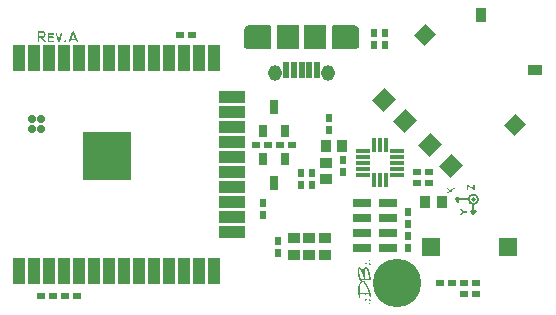
<source format=gts>
G04 Layer_Color=8388736*
%FSLAX44Y44*%
%MOMM*%
G71*
G01*
G75*
G04:AMPARAMS|DCode=23|XSize=1.3mm|YSize=1.4mm|CornerRadius=0mm|HoleSize=0mm|Usage=FLASHONLY|Rotation=315.000|XOffset=0mm|YOffset=0mm|HoleType=Round|Shape=Rectangle|*
%AMROTATEDRECTD23*
4,1,4,-0.9546,-0.0354,0.0354,0.9546,0.9546,0.0354,-0.0354,-0.9546,-0.9546,-0.0354,0.0*
%
%ADD23ROTATEDRECTD23*%

%ADD57C,0.1500*%
%ADD62R,1.0000X2.2000*%
%ADD63R,2.2000X1.0000*%
%ADD64R,4.1000X4.1000*%
%ADD65R,1.6000X0.6500*%
%ADD66R,1.3000X0.4000*%
%ADD67R,0.4000X1.3000*%
%ADD68R,1.2000X0.4000*%
%ADD69R,0.7000X0.6000*%
%ADD70R,0.6000X0.7000*%
%ADD71R,0.9000X1.0000*%
%ADD72R,1.6000X1.5000*%
%ADD73R,1.3000X0.9500*%
%ADD74R,0.9500X1.3000*%
G04:AMPARAMS|DCode=75|XSize=1.4mm|YSize=1.5mm|CornerRadius=0mm|HoleSize=0mm|Usage=FLASHONLY|Rotation=315.000|XOffset=0mm|YOffset=0mm|HoleType=Round|Shape=Rectangle|*
%AMROTATEDRECTD75*
4,1,4,-1.0253,-0.0354,0.0354,1.0253,1.0253,0.0354,-0.0354,-1.0253,-1.0253,-0.0354,0.0*
%
%ADD75ROTATEDRECTD75*%

%ADD76R,0.7500X1.2000*%
%ADD77R,0.7500X1.0000*%
%ADD78R,0.5000X1.4500*%
%ADD79R,1.9000X2.0000*%
%ADD80R,1.0000X0.9000*%
%ADD81C,0.7000*%
%ADD82C,0.1000*%
%ADD83O,1.1500X1.3500*%
%ADD84C,4.1000*%
G36*
X169029Y235783D02*
X169088Y235769D01*
X169175Y235739D01*
X169249Y235710D01*
X169336Y235652D01*
X169424Y235578D01*
X169439Y235564D01*
X169468Y235549D01*
X169497Y235505D01*
X169541Y235447D01*
X169629Y235286D01*
X169643Y235198D01*
X169658Y235096D01*
Y235081D01*
Y235037D01*
X169643Y234979D01*
X169629Y234905D01*
X167742Y228278D01*
Y228263D01*
X167712Y228219D01*
X167668Y228146D01*
X167610Y228073D01*
X167507Y228000D01*
X167376Y227927D01*
X167215Y227883D01*
X166995Y227868D01*
X166908D01*
X166805Y227883D01*
X166688Y227912D01*
X166556Y227956D01*
X166439Y228015D01*
X166337Y228102D01*
X166278Y228219D01*
X164186Y234876D01*
Y234891D01*
X164172Y234949D01*
X164157Y235023D01*
Y235110D01*
Y235125D01*
Y235154D01*
X164172Y235213D01*
X164186Y235286D01*
X164245Y235432D01*
X164289Y235520D01*
X164362Y235593D01*
X164377Y235608D01*
X164406Y235622D01*
X164435Y235652D01*
X164494Y235696D01*
X164655Y235769D01*
X164742Y235783D01*
X164845Y235798D01*
X164918D01*
X165006Y235783D01*
X165108Y235754D01*
X165210Y235696D01*
X165298Y235637D01*
X165386Y235535D01*
X165430Y235403D01*
X166981Y230121D01*
X168312Y235286D01*
Y235315D01*
X168341Y235374D01*
X168385Y235447D01*
X168444Y235549D01*
X168517Y235637D01*
X168634Y235725D01*
X168766Y235783D01*
X168927Y235798D01*
X168971D01*
X169029Y235783D01*
D02*
G37*
G36*
X172379Y229668D02*
X172453Y229653D01*
X172555Y229624D01*
X172643Y229580D01*
X172745Y229522D01*
X172847Y229434D01*
X172862Y229419D01*
X172891Y229390D01*
X172921Y229331D01*
X172979Y229273D01*
X173023Y229185D01*
X173052Y229083D01*
X173082Y228980D01*
X173096Y228863D01*
Y228848D01*
Y228805D01*
X173082Y228746D01*
X173067Y228658D01*
X173038Y228571D01*
X172994Y228468D01*
X172935Y228366D01*
X172847Y228278D01*
X172833Y228263D01*
X172804Y228249D01*
X172745Y228205D01*
X172687Y228161D01*
X172599Y228117D01*
X172496Y228088D01*
X172379Y228058D01*
X172248Y228044D01*
X172189D01*
X172131Y228058D01*
X172043Y228073D01*
X171955Y228102D01*
X171853Y228132D01*
X171750Y228190D01*
X171663Y228263D01*
X171648Y228278D01*
X171633Y228307D01*
X171589Y228351D01*
X171545Y228424D01*
X171502Y228512D01*
X171472Y228615D01*
X171443Y228731D01*
X171428Y228863D01*
Y228878D01*
Y228922D01*
X171443Y228980D01*
X171458Y229053D01*
X171487Y229141D01*
X171531Y229244D01*
X171589Y229331D01*
X171663Y229434D01*
X171677Y229448D01*
X171706Y229478D01*
X171750Y229507D01*
X171823Y229565D01*
X171911Y229609D01*
X172014Y229639D01*
X172116Y229668D01*
X172248Y229683D01*
X172306D01*
X172379Y229668D01*
D02*
G37*
G36*
X162167Y235769D02*
X162270Y235754D01*
X162401Y235696D01*
X162533Y235622D01*
X162650Y235491D01*
X162723Y235330D01*
X162738Y235213D01*
X162753Y235096D01*
Y235067D01*
X162738Y234993D01*
X162723Y234876D01*
X162665Y234759D01*
X162577Y234627D01*
X162460Y234510D01*
X162284Y234437D01*
X162167Y234423D01*
X162050Y234408D01*
X158832D01*
Y232974D01*
X161875D01*
X161948Y232960D01*
X162065Y232945D01*
X162197Y232887D01*
X162314Y232799D01*
X162431Y232682D01*
X162504Y232506D01*
X162533Y232389D01*
Y232272D01*
Y232243D01*
X162519Y232170D01*
X162504Y232053D01*
X162445Y231936D01*
X162372Y231804D01*
X162241Y231687D01*
X162080Y231614D01*
X161963Y231599D01*
X161845Y231584D01*
X158832D01*
Y229390D01*
X162080D01*
X162167Y229375D01*
X162270Y229361D01*
X162401Y229302D01*
X162533Y229214D01*
X162650Y229097D01*
X162723Y228922D01*
X162738Y228805D01*
X162753Y228688D01*
Y228658D01*
X162738Y228585D01*
X162723Y228468D01*
X162665Y228351D01*
X162577Y228219D01*
X162460Y228102D01*
X162284Y228029D01*
X162167Y228015D01*
X162050Y228000D01*
X157486D01*
Y235783D01*
X162080D01*
X162167Y235769D01*
D02*
G37*
G36*
X153243Y237437D02*
X153345D01*
X153448Y237407D01*
X153711Y237363D01*
X154018Y237276D01*
X154340Y237144D01*
X154501Y237056D01*
X154677Y236968D01*
X154823Y236851D01*
X154984Y236720D01*
X154998Y236705D01*
X155028Y236676D01*
X155057Y236632D01*
X155115Y236573D01*
X155174Y236500D01*
X155247Y236398D01*
X155335Y236281D01*
X155408Y236164D01*
X155481Y236017D01*
X155569Y235856D01*
X155701Y235505D01*
X155759Y235301D01*
X155803Y235096D01*
X155818Y234876D01*
X155832Y234642D01*
Y234627D01*
Y234584D01*
X155818Y234496D01*
Y234394D01*
X155788Y234276D01*
X155774Y234130D01*
X155730Y233984D01*
X155686Y233808D01*
X155613Y233633D01*
X155540Y233442D01*
X155437Y233252D01*
X155320Y233062D01*
X155189Y232887D01*
X155013Y232711D01*
X154838Y232535D01*
X154618Y232389D01*
X154603Y232374D01*
X154545Y232316D01*
X154443Y232243D01*
X154325Y232170D01*
X154164Y232082D01*
X153989Y232009D01*
X153770Y231950D01*
X153535Y231936D01*
X155701Y228995D01*
Y228980D01*
X155715Y228966D01*
X155774Y228878D01*
X155818Y228746D01*
X155832Y228600D01*
Y228585D01*
Y228556D01*
X155818Y228497D01*
X155803Y228439D01*
X155774Y228351D01*
X155745Y228278D01*
X155686Y228190D01*
X155613Y228102D01*
X155598Y228088D01*
X155569Y228073D01*
X155525Y228044D01*
X155467Y228000D01*
X155306Y227927D01*
X155218Y227912D01*
X155115Y227898D01*
X155057D01*
X154998Y227912D01*
X154925Y227941D01*
X154838Y227971D01*
X154750Y228029D01*
X154662Y228102D01*
X154574Y228205D01*
X151941Y231936D01*
X150390D01*
Y228600D01*
Y228585D01*
Y228571D01*
X150375Y228497D01*
X150361Y228380D01*
X150302Y228249D01*
X150214Y228117D01*
X150097Y228015D01*
X149922Y227927D01*
X149805Y227912D01*
X149688Y227898D01*
X149658D01*
X149585Y227912D01*
X149468Y227941D01*
X149351Y227985D01*
X149219Y228073D01*
X149102Y228190D01*
X149029Y228366D01*
X149015Y228483D01*
X149000Y228600D01*
Y237451D01*
X153155D01*
X153243Y237437D01*
D02*
G37*
G36*
X179504Y237524D02*
X179636Y237495D01*
X179768Y237437D01*
X179899Y237363D01*
X180016Y237246D01*
X180104Y237085D01*
X183308Y228805D01*
X183323Y228775D01*
X183337Y228717D01*
X183352Y228629D01*
X183367Y228527D01*
Y228512D01*
Y228483D01*
X183352Y228424D01*
X183337Y228366D01*
X183308Y228293D01*
X183279Y228219D01*
X183221Y228132D01*
X183147Y228058D01*
X183133D01*
X183103Y228029D01*
X183060Y228000D01*
X183001Y227971D01*
X182840Y227912D01*
X182752Y227898D01*
X182650Y227883D01*
X182577D01*
X182489Y227912D01*
X182387Y227941D01*
X182284Y227985D01*
X182182Y228058D01*
X182079Y228161D01*
X182006Y228307D01*
X181494Y229609D01*
X177251D01*
X176754Y228307D01*
X176739Y228293D01*
X176725Y228249D01*
X176681Y228176D01*
X176622Y228102D01*
X176534Y228015D01*
X176417Y227956D01*
X176286Y227898D01*
X176125Y227883D01*
X176081D01*
X176022Y227898D01*
X175949Y227912D01*
X175788Y227956D01*
X175700Y228000D01*
X175613Y228058D01*
X175598Y228073D01*
X175583Y228088D01*
X175554Y228132D01*
X175510Y228190D01*
X175437Y228337D01*
X175422Y228439D01*
X175408Y228541D01*
Y228571D01*
Y228629D01*
X175422Y228702D01*
X175437Y228790D01*
X178524Y237027D01*
X178539Y237056D01*
X178568Y237115D01*
X178612Y237188D01*
X178700Y237290D01*
X178802Y237393D01*
X178934Y237466D01*
X179095Y237524D01*
X179300Y237554D01*
X179402D01*
X179504Y237524D01*
D02*
G37*
G36*
X417118Y242443D02*
X417212Y242414D01*
X419049Y241653D01*
X419050Y241653D01*
X419136Y241607D01*
X419212Y241544D01*
X420619Y240138D01*
X420682Y240061D01*
X420728Y239975D01*
X421489Y238137D01*
X421518Y238043D01*
X421527Y237945D01*
Y236950D01*
Y225950D01*
Y225353D01*
D01*
Y225353D01*
X421518Y225255D01*
X421489Y225161D01*
X421032Y224058D01*
X420986Y223972D01*
X420924Y223895D01*
X420080Y223051D01*
X420004Y222989D01*
X419917Y222943D01*
X419916Y222943D01*
X418814Y222486D01*
X418720Y222457D01*
X418622Y222448D01*
X399175D01*
X399077Y222457D01*
X398983Y222486D01*
X398896Y222532D01*
X398820Y222595D01*
X398757Y222671D01*
X398711Y222758D01*
X398682Y222852D01*
X398673Y222950D01*
Y241950D01*
X398682Y242048D01*
X398711Y242142D01*
X398757Y242229D01*
X398820Y242305D01*
X398896Y242368D01*
X398983Y242414D01*
X399077Y242443D01*
X399175Y242452D01*
X417020D01*
X417118Y242443D01*
D02*
G37*
G36*
X345923D02*
X346017Y242414D01*
X346104Y242368D01*
X346180Y242305D01*
X346243Y242229D01*
X346289Y242142D01*
X346318Y242048D01*
X346327Y241950D01*
Y222950D01*
X346318Y222852D01*
X346289Y222758D01*
X346243Y222671D01*
X346180Y222595D01*
X346104Y222532D01*
X346017Y222486D01*
X345923Y222457D01*
X345825Y222448D01*
X326378D01*
X326280Y222457D01*
X326186Y222486D01*
X325084Y222943D01*
X325083Y222943D01*
X324996Y222989D01*
X324920Y223051D01*
X324076Y223895D01*
X324014Y223972D01*
X323968Y224058D01*
X323511Y225161D01*
X323482Y225255D01*
X323473Y225353D01*
Y225950D01*
Y236950D01*
Y237945D01*
X323482Y238043D01*
X323511Y238137D01*
X324272Y239974D01*
X324272Y239975D01*
X324319Y240061D01*
X324381Y240138D01*
X325788Y241544D01*
X325864Y241607D01*
X325951Y241653D01*
X325951Y241653D01*
X327788Y242414D01*
X327882Y242443D01*
X327980Y242452D01*
X345825D01*
X345923Y242443D01*
D02*
G37*
G36*
X518590Y107389D02*
X518668Y107379D01*
X518756Y107340D01*
X518844Y107282D01*
X518912Y107204D01*
X518971Y107087D01*
X518980Y107009D01*
X518990Y106931D01*
Y103341D01*
Y103332D01*
X518980Y103293D01*
X518971Y103234D01*
X518941Y103176D01*
X518903Y103107D01*
X518834Y103059D01*
X518746Y103020D01*
X518629Y103000D01*
X518600D01*
X518561Y103010D01*
X518512D01*
X518395Y103039D01*
X518278Y103097D01*
X513626Y106063D01*
Y103488D01*
Y103468D01*
X513616Y103419D01*
X513596Y103341D01*
X513567Y103263D01*
X513509Y103176D01*
X513431Y103097D01*
X513314Y103049D01*
X513236Y103039D01*
X513158Y103029D01*
X513138D01*
X513080Y103039D01*
X513002Y103059D01*
X512914Y103088D01*
X512826Y103146D01*
X512758Y103224D01*
X512699Y103341D01*
X512689Y103410D01*
X512680Y103488D01*
Y106989D01*
Y107009D01*
Y107058D01*
X512699Y107116D01*
X512719Y107194D01*
X512748Y107272D01*
X512807Y107331D01*
X512875Y107379D01*
X512972Y107399D01*
X513002D01*
X513031Y107389D01*
X513070Y107379D01*
X513128Y107360D01*
X513206Y107331D01*
X513284Y107292D01*
X513382Y107233D01*
X518044Y104268D01*
Y106931D01*
Y106940D01*
Y106950D01*
X518054Y107009D01*
X518073Y107077D01*
X518103Y107165D01*
X518161Y107253D01*
X518249Y107331D01*
X518298Y107360D01*
X518366Y107379D01*
X518434Y107389D01*
X518522Y107399D01*
X518542D01*
X518590Y107389D01*
D02*
G37*
G36*
X501668Y104750D02*
X501707Y104740D01*
X501756Y104721D01*
X501815Y104691D01*
X501873Y104653D01*
X501922Y104604D01*
X501932Y104594D01*
X501941Y104574D01*
X501961Y104545D01*
X501990Y104506D01*
X502039Y104399D01*
X502049Y104340D01*
X502058Y104272D01*
Y104262D01*
Y104233D01*
X502049Y104194D01*
X502029Y104136D01*
X502010Y104077D01*
X501971Y104018D01*
X501922Y103960D01*
X501854Y103901D01*
X499386Y102380D01*
X501854Y100849D01*
X501864Y100839D01*
X501883Y100819D01*
X501922Y100790D01*
X501951Y100751D01*
X501990Y100702D01*
X502029Y100634D01*
X502049Y100566D01*
X502058Y100478D01*
Y100468D01*
Y100449D01*
X502049Y100410D01*
X502039Y100371D01*
X502000Y100263D01*
X501971Y100205D01*
X501932Y100146D01*
X501922Y100137D01*
X501903Y100127D01*
X501873Y100098D01*
X501834Y100078D01*
X501737Y100020D01*
X501668Y100010D01*
X501600Y100000D01*
X501581D01*
X501522Y100010D01*
X501444Y100029D01*
X501356Y100068D01*
X498586Y101853D01*
X496401Y100507D01*
X496392D01*
X496382Y100497D01*
X496323Y100468D01*
X496245Y100429D01*
X496148Y100419D01*
X496119D01*
X496080Y100429D01*
X496041Y100439D01*
X495992Y100458D01*
X495933Y100478D01*
X495875Y100517D01*
X495826Y100566D01*
X495816Y100576D01*
X495807Y100595D01*
X495777Y100624D01*
X495748Y100663D01*
X495699Y100780D01*
X495689Y100839D01*
X495680Y100907D01*
Y100917D01*
Y100946D01*
X495689Y100985D01*
X495699Y101044D01*
X495728Y101092D01*
X495758Y101151D01*
X495807Y101209D01*
X495865Y101258D01*
X497806Y102390D01*
X495865Y103511D01*
X495855Y103521D01*
X495836Y103531D01*
X495807Y103560D01*
X495768Y103599D01*
X495738Y103648D01*
X495709Y103706D01*
X495689Y103775D01*
X495680Y103853D01*
Y103862D01*
Y103882D01*
X495689Y103921D01*
X495699Y103970D01*
X495719Y104018D01*
X495738Y104077D01*
X495777Y104136D01*
X495826Y104194D01*
X495836Y104204D01*
X495845Y104223D01*
X495875Y104243D01*
X495914Y104272D01*
X496021Y104331D01*
X496080Y104340D01*
X496148Y104350D01*
X496167D01*
X496226Y104340D01*
X496304Y104321D01*
X496401Y104272D01*
X498586Y102916D01*
X501356Y104682D01*
X501366D01*
X501376Y104691D01*
X501434Y104721D01*
X501512Y104750D01*
X501600Y104760D01*
X501629D01*
X501668Y104750D01*
D02*
G37*
G36*
X507226Y86672D02*
X507304Y86652D01*
X507392Y86613D01*
X510152Y84829D01*
X512629D01*
X512678Y84819D01*
X512756Y84809D01*
X512844Y84770D01*
X512932Y84712D01*
X513000Y84634D01*
X513059Y84516D01*
X513068Y84438D01*
X513078Y84360D01*
Y84341D01*
X513068Y84292D01*
X513049Y84214D01*
X513019Y84136D01*
X512961Y84048D01*
X512883Y83970D01*
X512766Y83921D01*
X512688Y83912D01*
X512610Y83902D01*
X510132D01*
X507411Y82078D01*
X507401D01*
X507392Y82068D01*
X507333Y82039D01*
X507245Y82010D01*
X507138Y82000D01*
X507109D01*
X507070Y82010D01*
X507021Y82020D01*
X506914Y82058D01*
X506855Y82088D01*
X506806Y82136D01*
X506797Y82146D01*
X506787Y82166D01*
X506767Y82195D01*
X506738Y82234D01*
X506689Y82332D01*
X506680Y82400D01*
X506670Y82468D01*
Y82478D01*
Y82507D01*
X506680Y82546D01*
X506699Y82595D01*
X506719Y82654D01*
X506758Y82712D01*
X506806Y82771D01*
X506875Y82829D01*
X509264Y84341D01*
X506904Y85814D01*
X506894Y85823D01*
X506865Y85843D01*
X506826Y85872D01*
X506787Y85911D01*
X506748Y85970D01*
X506709Y86028D01*
X506680Y86106D01*
X506670Y86184D01*
Y86194D01*
Y86214D01*
X506680Y86253D01*
X506689Y86301D01*
X506709Y86350D01*
X506728Y86409D01*
X506767Y86467D01*
X506816Y86526D01*
X506826Y86535D01*
X506836Y86555D01*
X506865Y86574D01*
X506904Y86604D01*
X507011Y86662D01*
X507080Y86672D01*
X507148Y86682D01*
X507167D01*
X507226Y86672D01*
D02*
G37*
G36*
X430420Y44106D02*
X430473Y44071D01*
X430543Y44001D01*
X430631Y43913D01*
X430719Y43808D01*
X430789Y43667D01*
X430842Y43527D01*
X430859Y43351D01*
Y43333D01*
Y43316D01*
X430842Y43228D01*
X430824Y43087D01*
X430789Y42929D01*
X430719Y42771D01*
X430631Y42648D01*
X430490Y42542D01*
X430402Y42525D01*
X430314Y42507D01*
X430244D01*
X430156Y42542D01*
X430033Y42577D01*
X429893Y42630D01*
X429699Y42718D01*
X429488Y42841D01*
X429260Y42999D01*
Y43509D01*
X429277Y43527D01*
X429348Y43597D01*
X429453Y43667D01*
X429576Y43773D01*
X429699Y43860D01*
X429822Y43948D01*
X429928Y44001D01*
X430016Y44019D01*
X430068D01*
X430191Y44036D01*
X430332Y44071D01*
X430367Y44089D01*
X430402Y44124D01*
X430420Y44106D01*
D02*
G37*
G36*
X427133Y41417D02*
X427274Y41400D01*
X427414Y41347D01*
X427555Y41277D01*
X427696Y41154D01*
X427783Y40978D01*
X427801Y40872D01*
X427819Y40749D01*
Y40732D01*
Y40697D01*
X427801Y40644D01*
X427783Y40591D01*
X427731Y40503D01*
X427678Y40415D01*
X427590Y40310D01*
X427485Y40204D01*
X427467Y40187D01*
X427432Y40169D01*
X427362Y40117D01*
X427274Y40081D01*
X427080Y39976D01*
X426957Y39958D01*
X426852Y39941D01*
X426817D01*
X426764Y39958D01*
X426659Y39976D01*
X426641D01*
X426571Y39994D01*
X426518Y40011D01*
X426483D01*
Y40029D01*
X426465Y40064D01*
X426430Y40117D01*
X426395Y40222D01*
Y40240D01*
X426377Y40257D01*
X426360Y40328D01*
X426342Y40433D01*
X426325Y40538D01*
Y40556D01*
Y40591D01*
X426342Y40661D01*
X426360Y40749D01*
X426413Y40943D01*
X426483Y41048D01*
X426553Y41154D01*
X426571Y41171D01*
X426588Y41206D01*
X426694Y41294D01*
X426834Y41400D01*
X426922Y41417D01*
X427010Y41435D01*
X427045D01*
X427133Y41417D01*
D02*
G37*
G36*
X430578Y40960D02*
X430701Y40943D01*
X430719Y40908D01*
X430754Y40837D01*
X430789Y40714D01*
X430842Y40574D01*
X430912Y40415D01*
X430947Y40240D01*
X430982Y40064D01*
X431000Y39906D01*
X430982Y39871D01*
X430947Y39783D01*
X430859Y39660D01*
X430824Y39624D01*
X430771Y39554D01*
X430719Y39466D01*
X430684Y39449D01*
Y39431D01*
X430666D01*
X430631Y39413D01*
X430561Y39396D01*
X430490Y39361D01*
X430297Y39308D01*
X430086Y39290D01*
X430051D01*
X429981Y39308D01*
X429857Y39343D01*
X429682Y39431D01*
X429664D01*
X429629Y39466D01*
X429524Y39536D01*
X429418Y39660D01*
X429383Y39730D01*
X429365Y39800D01*
Y39835D01*
X429383Y39906D01*
X429400Y40029D01*
Y40169D01*
X429418Y40310D01*
X429436Y40451D01*
X429453Y40574D01*
Y40644D01*
X429471Y40661D01*
X429506Y40697D01*
X429594Y40749D01*
X429699Y40820D01*
X429822Y40872D01*
X429981Y40925D01*
X430156Y40960D01*
X430367Y40978D01*
X430473D01*
X430578Y40960D01*
D02*
G37*
G36*
X427344Y38113D02*
X427414D01*
X427590Y38043D01*
X427696Y38007D01*
X427801Y37937D01*
X427819Y37902D01*
X427889Y37814D01*
X427994Y37673D01*
X428153Y37498D01*
X428188Y37480D01*
X428258Y37427D01*
X428381Y37357D01*
X428522Y37234D01*
X428539Y37216D01*
X428574Y37164D01*
X428627Y37076D01*
X428680Y36953D01*
X428768Y36812D01*
X428856Y36672D01*
X429049Y36320D01*
X429242Y35951D01*
X429418Y35617D01*
X429471Y35459D01*
X429524Y35318D01*
X429559Y35213D01*
X429576Y35125D01*
Y35107D01*
X429559Y35072D01*
X429524Y35019D01*
X429453Y34931D01*
X429611Y34791D01*
X429629Y34773D01*
X429682Y34703D01*
X429752Y34633D01*
X429770Y34580D01*
Y34562D01*
X429752Y34492D01*
X429734Y34474D01*
X429717Y34457D01*
Y34439D01*
Y34422D01*
X429734Y34386D01*
X429805Y34334D01*
X429840Y34299D01*
X429910Y34246D01*
Y33719D01*
X429805Y33842D01*
X429787Y33824D01*
X429752Y33771D01*
X429734Y33683D01*
X429717Y33543D01*
Y33508D01*
X429734Y33437D01*
X429752Y33314D01*
X429805Y33174D01*
X429822Y33209D01*
X429875Y33262D01*
X429945Y33349D01*
X429963Y33314D01*
X429998Y33244D01*
X430068Y33139D01*
X430139Y32998D01*
X430209Y32857D01*
X430279Y32717D01*
X430314Y32594D01*
X430332Y32488D01*
Y32471D01*
X430314Y32453D01*
X430297Y32400D01*
Y32383D01*
X430279Y32348D01*
Y32313D01*
Y32277D01*
X430297Y32242D01*
X430314Y32154D01*
X430350Y32102D01*
X430385Y32014D01*
Y31996D01*
X430402Y31978D01*
X430438Y31891D01*
X430473Y31803D01*
X430490Y31768D01*
Y31750D01*
Y31732D01*
Y31715D01*
X430473Y31627D01*
X430420Y31521D01*
X430332Y31451D01*
X430350Y31416D01*
X430402Y31346D01*
X430473Y31258D01*
X430490Y31205D01*
Y31188D01*
Y31152D01*
X430473Y31100D01*
Y31082D01*
X430455Y31065D01*
X430438Y30994D01*
Y30977D01*
Y30959D01*
X430455Y30889D01*
X430525Y30801D01*
X430561Y30783D01*
X430631Y30766D01*
X430648D01*
X430736Y30783D01*
X431387Y27743D01*
Y27725D01*
X431369Y27655D01*
X431334Y27549D01*
X431316Y27444D01*
X431281Y27338D01*
X431264Y27233D01*
X431246Y27145D01*
X431228Y27110D01*
Y27092D01*
X431211Y27057D01*
X431176Y27004D01*
X431141Y26934D01*
X431018Y26776D01*
X430947Y26723D01*
X430859Y26670D01*
X430367D01*
X430156Y26653D01*
X430121D01*
X430016Y26618D01*
X429857Y26582D01*
X429629Y26547D01*
X429348Y26512D01*
X429014Y26477D01*
X428627Y26459D01*
X428188Y26442D01*
X428117D01*
X428065Y26424D01*
X427994D01*
X427906Y26407D01*
X427871D01*
X427766Y26389D01*
X427678Y26372D01*
X427397D01*
X427221Y26389D01*
X427010Y26407D01*
X426764Y26424D01*
X426465Y26459D01*
X426131Y26512D01*
X426078D01*
X426008Y26495D01*
X425920Y26459D01*
X425903D01*
X425868Y26477D01*
X425780Y26495D01*
X425657Y26512D01*
X425499Y26547D01*
X425270Y26582D01*
X424989Y26618D01*
X424655Y26670D01*
X424620D01*
X424514Y26688D01*
X424356Y26706D01*
X424180Y26741D01*
X423987Y26758D01*
X423829Y26776D01*
X423688Y26793D01*
X423583D01*
X423495Y26776D01*
X423389Y26741D01*
X423266Y26670D01*
Y26653D01*
Y26635D01*
X423284Y26530D01*
X423301Y26372D01*
X423319Y26178D01*
Y26143D01*
X423301Y26073D01*
X423284Y25950D01*
X423231Y25827D01*
X423143Y25704D01*
X423038Y25580D01*
X422862Y25510D01*
X422633Y25475D01*
X422563D01*
X422493Y25493D01*
X422405Y25510D01*
X422229Y25563D01*
X422159Y25616D01*
X422106Y25686D01*
Y25704D01*
X422089Y25739D01*
X422053Y25791D01*
X422001Y25879D01*
X421948Y25985D01*
X421895Y26108D01*
X421825Y26266D01*
X421737Y26442D01*
X421649Y26653D01*
X421544Y26881D01*
X421438Y27145D01*
X421333Y27426D01*
X421210Y27725D01*
X421087Y28076D01*
X420964Y28446D01*
X420823Y28832D01*
Y28867D01*
X420806Y28938D01*
X420788Y29078D01*
X420770Y29254D01*
Y29272D01*
X420753Y29289D01*
X420735Y29395D01*
X420682Y29553D01*
X420630Y29781D01*
X420577Y30045D01*
X420489Y30361D01*
X420419Y30713D01*
X420331Y31100D01*
X420261Y31504D01*
X420173Y31943D01*
X420050Y32840D01*
X419944Y33771D01*
X419927Y34211D01*
X419909Y34650D01*
Y34685D01*
X419927Y34738D01*
X419944Y34791D01*
X419962Y34861D01*
Y34879D01*
Y34896D01*
X419979Y34984D01*
X419997Y35072D01*
X420014Y35107D01*
Y35125D01*
Y35160D01*
X420032Y35248D01*
X420050Y35406D01*
X420102Y35635D01*
X420173Y35898D01*
X420296Y36214D01*
X420454Y36566D01*
X420665Y36970D01*
X420700Y36988D01*
X420770Y37041D01*
X420893Y37111D01*
X421034Y37199D01*
X421192Y37269D01*
X421333Y37339D01*
X421473Y37392D01*
X421596Y37410D01*
X421632D01*
X421737Y37392D01*
X421895Y37375D01*
X422106Y37304D01*
X422352Y37199D01*
X422616Y37058D01*
X422897Y36847D01*
X423038Y36707D01*
X423178Y36566D01*
X423196Y36549D01*
X423249Y36478D01*
X423336Y36355D01*
X423389Y36285D01*
X423460Y36179D01*
X423547Y36056D01*
X423635Y35916D01*
X423741Y35758D01*
X423864Y35582D01*
X424004Y35371D01*
X424145Y35142D01*
X424303Y34896D01*
X424479Y34615D01*
X424497D01*
X424549Y34650D01*
X424567Y34685D01*
X424602Y34738D01*
X424637Y34808D01*
X424655Y34914D01*
Y34931D01*
X424672Y34984D01*
Y35072D01*
X424690Y35160D01*
X424707Y35265D01*
X424725Y35353D01*
Y35406D01*
X424743Y35441D01*
Y35459D01*
X424760Y35476D01*
X424795Y35547D01*
X424831Y35617D01*
X424866Y35652D01*
Y35670D01*
X424831Y35740D01*
Y35758D01*
X424813Y35775D01*
Y35810D01*
Y35828D01*
X424831Y35880D01*
X424848Y35951D01*
X424901Y36039D01*
Y36056D01*
X424918Y36127D01*
X424954Y36250D01*
X425024Y36390D01*
X425112Y36566D01*
X425235Y36777D01*
X425393Y37006D01*
X425586Y37252D01*
X425604Y37287D01*
X425692Y37357D01*
X425797Y37480D01*
X425956Y37621D01*
X426114Y37761D01*
X426307Y37884D01*
X426500Y37990D01*
X426694Y38060D01*
X426711D01*
X426746Y38078D01*
X426799D01*
X426887Y38095D01*
X427063Y38113D01*
X427256Y38130D01*
X427291D01*
X427344Y38113D01*
D02*
G37*
G36*
X424444Y26002D02*
X424497D01*
X424620Y25985D01*
X424778Y25967D01*
X424883Y25950D01*
X425006D01*
X425147Y25932D01*
X425305Y25914D01*
X425323D01*
X425340Y25879D01*
X425393Y25844D01*
X425463Y25774D01*
X425481Y25791D01*
X425534Y25809D01*
X425621D01*
X425709Y25774D01*
X425832Y25739D01*
X425973Y25668D01*
X426131Y25580D01*
X426289Y25440D01*
X426465Y25264D01*
X426553Y25088D01*
X426571Y25071D01*
X426588Y25036D01*
X426641Y24983D01*
X426676Y24965D01*
X426659D01*
X426641Y24948D01*
X426588Y24913D01*
X426518Y24842D01*
X426535Y24807D01*
X426588Y24737D01*
X426676Y24614D01*
X426799Y24456D01*
Y24473D01*
X426817Y24508D01*
X426852Y24561D01*
X426887Y24631D01*
X426905D01*
X426940Y24596D01*
X426975Y24561D01*
X427028Y24508D01*
X427098Y24438D01*
X427186Y24350D01*
X427203D01*
X427186Y24333D01*
X427168Y24315D01*
X427098Y24262D01*
X426975Y24192D01*
Y24016D01*
X427010Y23981D01*
X427045Y23928D01*
X427098Y23876D01*
X427256Y23700D01*
X427467Y23454D01*
X427485Y23471D01*
X427502Y23507D01*
X427537Y23559D01*
X427555Y23630D01*
Y23647D01*
Y23682D01*
X427537Y23735D01*
X427520Y23753D01*
X427555Y23735D01*
X427625Y23682D01*
X427696Y23630D01*
X427836Y23489D01*
X427889Y23401D01*
X427906Y23313D01*
X427871Y23278D01*
X427836Y23243D01*
X427783Y23190D01*
Y23208D01*
X427766Y23243D01*
X427731Y23296D01*
X427678Y23383D01*
X427520D01*
X427502Y23348D01*
X427485Y23313D01*
Y23260D01*
X428680Y21028D01*
Y21011D01*
X428662Y20958D01*
X428645Y20940D01*
X428627Y20905D01*
Y20887D01*
X428645Y20870D01*
X428680Y20817D01*
X428733Y20747D01*
X429225Y19235D01*
Y19218D01*
X429242Y19200D01*
X429277Y19095D01*
X429330Y18954D01*
X429400Y18796D01*
X429506Y18603D01*
X429594Y18427D01*
X429717Y18251D01*
X429840Y18128D01*
X429857Y18146D01*
X429875Y18181D01*
X429910Y18251D01*
X429928Y18339D01*
Y18356D01*
X429910Y18409D01*
X429893Y18462D01*
X429875Y18532D01*
X429840Y18620D01*
X429805Y18743D01*
Y18761D01*
X429787Y18796D01*
X429770Y18866D01*
X429752Y18919D01*
X429717Y19060D01*
X429699Y19112D01*
Y19147D01*
Y19165D01*
Y19218D01*
X429717Y19288D01*
X429734Y19376D01*
X429752Y19358D01*
X429770Y19270D01*
X429822Y19165D01*
X429893Y18989D01*
X429981Y18778D01*
X430086Y18515D01*
X430227Y18216D01*
X430367Y17864D01*
Y17847D01*
Y17776D01*
X430385Y17653D01*
X430402Y17495D01*
X430420Y17460D01*
X430438Y17390D01*
X430490Y17249D01*
X430543Y17091D01*
X430613Y16880D01*
X430684Y16669D01*
X430842Y16177D01*
Y16159D01*
X430859Y16089D01*
X430895Y15984D01*
X430930Y15843D01*
X430965Y15667D01*
X431018Y15474D01*
X431070Y15263D01*
X431105Y15035D01*
X431211Y14542D01*
X431299Y14050D01*
X431369Y13576D01*
X431387Y13365D01*
Y13171D01*
Y13136D01*
X431369Y13048D01*
X431316Y12890D01*
X431228Y12679D01*
Y12662D01*
X431193Y12626D01*
X431158Y12556D01*
X431123Y12486D01*
X431018Y12328D01*
X430965Y12257D01*
X430912Y12205D01*
X430877Y12187D01*
X430807Y12152D01*
X430666Y12099D01*
X430490Y12082D01*
X430473D01*
X430438Y12099D01*
X430385Y12117D01*
X430314Y12152D01*
X430244Y12222D01*
X430156Y12328D01*
X430068Y12468D01*
X429981Y12662D01*
Y12679D01*
X429998Y12732D01*
Y12750D01*
X430016Y12767D01*
X430033Y12802D01*
Y12820D01*
X430016Y12873D01*
X429981Y12960D01*
X429928Y13066D01*
Y13101D01*
X429910Y13171D01*
Y13277D01*
X429893Y13417D01*
X429857Y13716D01*
X429822Y13874D01*
X429805Y13997D01*
Y14015D01*
X429787Y14085D01*
X429770Y14173D01*
X429752Y14296D01*
X429682Y14542D01*
X429629Y14683D01*
X429594Y14788D01*
X429559D01*
X429488Y14771D01*
X429348Y14753D01*
X429190Y14736D01*
X428979Y14718D01*
X428750Y14683D01*
X428504Y14665D01*
X428258Y14630D01*
X427731Y14577D01*
X427485Y14542D01*
X427256Y14525D01*
X427045Y14507D01*
X426870Y14490D01*
X426711Y14472D01*
X426571D01*
X426535Y14490D01*
X426430D01*
X426289Y14507D01*
X426202Y14525D01*
X426078Y14542D01*
X425956Y14560D01*
X425797Y14577D01*
X425621Y14595D01*
X425428Y14613D01*
X425358D01*
X425288Y14630D01*
X425200D01*
X425094Y14648D01*
X424954Y14665D01*
X424672Y14683D01*
X424356Y14718D01*
X424040Y14736D01*
X423776Y14753D01*
X423653Y14771D01*
X423547D01*
X423512Y14788D01*
X423442Y14823D01*
X423354Y14876D01*
X423336D01*
X423301Y14859D01*
X423178Y14841D01*
X423143D01*
X423038Y14859D01*
X423020D01*
X422967Y14876D01*
X422897Y14894D01*
X422774Y14911D01*
X422598Y14964D01*
X422493Y14999D01*
X422370Y15017D01*
X422212Y15070D01*
X422053Y15105D01*
Y15122D01*
X422036Y15158D01*
X422001Y15228D01*
X421948Y15316D01*
X421930Y15280D01*
X421878Y15210D01*
X421842Y15122D01*
X421825Y15017D01*
Y14999D01*
X421842Y14929D01*
X421860Y14823D01*
X421878Y14753D01*
X421895Y14665D01*
X421930Y14542D01*
X421965Y14419D01*
X422001Y14261D01*
X422036Y14085D01*
X422089Y13874D01*
X422141Y13628D01*
X422440Y12240D01*
Y12205D01*
X422405Y12134D01*
X422370Y12064D01*
X422317Y11994D01*
X422247Y11906D01*
X422159Y11818D01*
X422141D01*
X422124Y11783D01*
X422036Y11712D01*
X421913Y11642D01*
X421878Y11625D01*
X421825Y11607D01*
X421772D01*
X421702Y11642D01*
X421632Y11677D01*
X421544Y11730D01*
X421438Y11818D01*
X421333Y11941D01*
X421227Y12099D01*
Y12117D01*
X421210Y12152D01*
X421175Y12222D01*
X421139Y12345D01*
X421087Y12503D01*
X421016Y12714D01*
X420964Y12855D01*
X420928Y13013D01*
X420876Y13171D01*
X420823Y13365D01*
Y13382D01*
X420806Y13435D01*
X420788Y13505D01*
X420770Y13593D01*
X420735Y13716D01*
X420700Y13857D01*
X420630Y14156D01*
X420559Y14490D01*
X420489Y14841D01*
X420454Y15158D01*
X420436Y15316D01*
Y15439D01*
Y19956D01*
Y19973D01*
X420454Y20009D01*
Y20044D01*
X420471Y20114D01*
X420507Y20220D01*
X420542Y20343D01*
Y20360D01*
X420559Y20413D01*
X420577Y20466D01*
Y20536D01*
X420612Y20694D01*
X420630Y20747D01*
Y20782D01*
Y20800D01*
X420647Y20887D01*
Y20993D01*
X420665Y21134D01*
X420682Y21292D01*
X420718Y21485D01*
X420770Y21872D01*
Y21889D01*
Y21925D01*
X420788Y21977D01*
X420806Y22048D01*
X420841Y22153D01*
X420858Y22259D01*
X420946Y22540D01*
X421069Y22856D01*
X421227Y23243D01*
X421438Y23647D01*
X421684Y24069D01*
Y24086D01*
X421720Y24122D01*
X421755Y24192D01*
X421825Y24262D01*
X421983Y24473D01*
X422176Y24719D01*
X422405Y24983D01*
X422669Y25247D01*
X422967Y25457D01*
X423108Y25545D01*
X423249Y25616D01*
X423284Y25633D01*
X423319Y25651D01*
X423389Y25686D01*
X423460Y25704D01*
X423565Y25756D01*
X423671Y25791D01*
X423811Y25844D01*
X423829D01*
X423899Y25879D01*
X423987Y25897D01*
X424075Y25932D01*
X424286Y25985D01*
X424374Y26020D01*
X424409D01*
X424444Y26002D01*
D02*
G37*
G36*
X428223Y22786D02*
X428240Y22768D01*
X428258Y22715D01*
X428311Y22645D01*
X428328D01*
X428346Y22663D01*
X428363Y22698D01*
Y22434D01*
X428328Y22469D01*
X428276Y22592D01*
X428205Y22715D01*
X428188Y22751D01*
X428179Y22759D01*
X428223Y22803D01*
Y22786D01*
D02*
G37*
G36*
X428522Y22206D02*
X428539Y22171D01*
X428557Y22118D01*
X428592Y22048D01*
X428627Y21960D01*
Y21942D01*
X428645Y21925D01*
X428680Y21837D01*
X428715Y21731D01*
X428733Y21696D01*
Y21679D01*
Y21661D01*
Y21626D01*
Y21520D01*
X428750Y21415D01*
Y21362D01*
X428768Y21344D01*
Y21362D01*
X428785Y21397D01*
X428803Y21450D01*
Y21520D01*
X428820Y21503D01*
X428856Y21432D01*
X428891Y21344D01*
X428943Y21239D01*
X429014Y21081D01*
X429084Y20905D01*
X429154Y20677D01*
X429137D01*
X429102Y20694D01*
X429049Y20747D01*
X428979Y20800D01*
X428891Y20870D01*
X428820Y20993D01*
X428750Y21134D01*
X428680Y21309D01*
X428434Y22100D01*
X428451Y22118D01*
X428469Y22153D01*
X428487Y22206D01*
X428504Y22241D01*
X428522Y22206D01*
D02*
G37*
G36*
X429242Y20466D02*
X429260Y20413D01*
X429295Y20360D01*
X429330Y20272D01*
X429365Y20167D01*
X429154D01*
X429207Y20501D01*
X429242Y20466D01*
D02*
G37*
G36*
X429611Y19640D02*
X429664Y19569D01*
X429682Y19517D01*
X429717Y19446D01*
X429699D01*
X429647Y19481D01*
X429594Y19534D01*
X429576Y19587D01*
Y19657D01*
X429594D01*
X429611Y19640D01*
D02*
G37*
G36*
X427133Y10816D02*
X427274Y10798D01*
X427414Y10746D01*
X427555Y10675D01*
X427696Y10552D01*
X427783Y10377D01*
X427801Y10271D01*
X427819Y10148D01*
Y10130D01*
Y10095D01*
X427801Y10043D01*
X427783Y9990D01*
X427731Y9902D01*
X427678Y9814D01*
X427590Y9709D01*
X427485Y9603D01*
X427467Y9586D01*
X427432Y9568D01*
X427362Y9515D01*
X427274Y9480D01*
X427080Y9375D01*
X426957Y9357D01*
X426852Y9340D01*
X426817D01*
X426764Y9357D01*
X426659Y9375D01*
X426641D01*
X426571Y9392D01*
X426518Y9410D01*
X426483D01*
Y9427D01*
X426465Y9463D01*
X426430Y9515D01*
X426395Y9621D01*
Y9638D01*
X426377Y9656D01*
X426360Y9726D01*
X426342Y9832D01*
X426325Y9937D01*
Y9955D01*
Y9990D01*
X426342Y10060D01*
X426360Y10148D01*
X426413Y10342D01*
X426483Y10447D01*
X426553Y10552D01*
X426571Y10570D01*
X426588Y10605D01*
X426694Y10693D01*
X426834Y10798D01*
X426922Y10816D01*
X427010Y10834D01*
X427045D01*
X427133Y10816D01*
D02*
G37*
G36*
X430578Y10359D02*
X430701Y10342D01*
X430719Y10306D01*
X430754Y10236D01*
X430789Y10113D01*
X430842Y9972D01*
X430912Y9814D01*
X430947Y9638D01*
X430982Y9463D01*
X431000Y9304D01*
X430982Y9269D01*
X430947Y9181D01*
X430859Y9058D01*
X430824Y9023D01*
X430771Y8953D01*
X430719Y8865D01*
X430684Y8847D01*
Y8830D01*
X430666D01*
X430631Y8812D01*
X430561Y8795D01*
X430490Y8759D01*
X430297Y8707D01*
X430086Y8689D01*
X430051D01*
X429981Y8707D01*
X429857Y8742D01*
X429682Y8830D01*
X429664D01*
X429629Y8865D01*
X429524Y8935D01*
X429418Y9058D01*
X429383Y9129D01*
X429365Y9199D01*
Y9234D01*
X429383Y9304D01*
X429400Y9427D01*
Y9568D01*
X429418Y9709D01*
X429436Y9849D01*
X429453Y9972D01*
Y10043D01*
X429471Y10060D01*
X429506Y10095D01*
X429594Y10148D01*
X429699Y10218D01*
X429822Y10271D01*
X429981Y10324D01*
X430156Y10359D01*
X430367Y10377D01*
X430473D01*
X430578Y10359D01*
D02*
G37*
G36*
X430420Y7582D02*
X430473Y7547D01*
X430543Y7476D01*
X430631Y7389D01*
X430719Y7283D01*
X430789Y7143D01*
X430842Y7002D01*
X430859Y6826D01*
Y6809D01*
Y6791D01*
X430842Y6703D01*
X430824Y6562D01*
X430789Y6404D01*
X430719Y6246D01*
X430631Y6123D01*
X430490Y6018D01*
X430402Y6000D01*
X430314Y5982D01*
X430244D01*
X430156Y6018D01*
X430033Y6053D01*
X429893Y6105D01*
X429699Y6193D01*
X429488Y6316D01*
X429260Y6475D01*
Y6984D01*
X429277Y7002D01*
X429348Y7072D01*
X429453Y7143D01*
X429576Y7248D01*
X429699Y7336D01*
X429822Y7424D01*
X429928Y7476D01*
X430016Y7494D01*
X430068D01*
X430191Y7512D01*
X430332Y7547D01*
X430367Y7564D01*
X430402Y7599D01*
X430420Y7582D01*
D02*
G37*
%LPC*%
G36*
X153053Y236061D02*
X150390D01*
Y233355D01*
X153579D01*
X153623Y233369D01*
X153696Y233384D01*
X153770Y233413D01*
X153857Y233457D01*
X153960Y233516D01*
X154062Y233589D01*
X154077Y233603D01*
X154121Y233662D01*
X154194Y233735D01*
X154267Y233852D01*
X154325Y234013D01*
X154399Y234189D01*
X154443Y234394D01*
X154457Y234642D01*
Y234657D01*
Y234671D01*
Y234745D01*
X154443Y234876D01*
X154399Y235023D01*
X154355Y235184D01*
X154282Y235359D01*
X154179Y235535D01*
X154033Y235696D01*
X154018Y235710D01*
X153960Y235754D01*
X153872Y235813D01*
X153770Y235886D01*
X153623Y235944D01*
X153448Y236003D01*
X153257Y236047D01*
X153053Y236061D01*
D02*
G37*
G36*
X179314Y235491D02*
X177734Y231028D01*
X181026D01*
X179314Y235491D01*
D02*
G37*
G36*
X429260Y34914D02*
Y34685D01*
X429277Y34668D01*
X429313Y34685D01*
X429365Y34738D01*
X429453Y34826D01*
X429436D01*
X429383Y34843D01*
X429330Y34861D01*
X429260Y34914D01*
D02*
G37*
G36*
X430279Y32629D02*
X430033Y32576D01*
Y32559D01*
X430051Y32506D01*
X430086Y32436D01*
X430139Y32348D01*
X430156Y32365D01*
X430174Y32383D01*
X430279Y32418D01*
Y32629D01*
D02*
G37*
G36*
X421667Y35986D02*
X421632Y35968D01*
X421596Y35951D01*
X421561Y35916D01*
X421508Y35828D01*
X421456Y35722D01*
X421385Y35582D01*
X421333Y35371D01*
Y35353D01*
X421315Y35301D01*
X421298Y35213D01*
X421263Y35107D01*
X421227Y34861D01*
X421210Y34615D01*
Y34580D01*
Y34474D01*
X421227Y34316D01*
Y34088D01*
X421263Y33807D01*
X421298Y33472D01*
X421333Y33103D01*
X421403Y32664D01*
X421473Y32189D01*
X421579Y31662D01*
X421702Y31117D01*
X421842Y30520D01*
X422018Y29904D01*
X422229Y29254D01*
X422458Y28569D01*
X422721Y27866D01*
X422739D01*
X422757Y27883D01*
X422809D01*
X422879Y27901D01*
X422967Y27936D01*
X423090Y27953D01*
X423214Y27989D01*
X423354Y28024D01*
X423372D01*
X423424Y28041D01*
X423495Y28059D01*
X423583Y28094D01*
X423741Y28129D01*
X423811Y28147D01*
X423864D01*
X423899Y28129D01*
X423969D01*
X424040Y28112D01*
X424180Y28094D01*
X424233Y28076D01*
X424409D01*
X424497Y28059D01*
X424620D01*
X424778Y28041D01*
X424883D01*
X424971Y28059D01*
X425077Y28094D01*
X425182Y28164D01*
Y28358D01*
Y28375D01*
X425164Y28410D01*
Y28463D01*
X425147Y28533D01*
X425112Y28639D01*
X425059Y28779D01*
X425006Y28955D01*
Y28973D01*
X424989Y29026D01*
X424954Y29114D01*
X424936Y29219D01*
X424866Y29465D01*
X424795Y29746D01*
X424778Y29764D01*
X424743Y29834D01*
X424690Y29922D01*
X424620Y30045D01*
Y30063D01*
Y30150D01*
X424602Y30256D01*
X424585Y30414D01*
Y30432D01*
X424567Y30484D01*
X424532Y30572D01*
X424497Y30695D01*
X424444Y30818D01*
X424391Y30977D01*
X424268Y31328D01*
X424145Y31697D01*
X424004Y32049D01*
X423952Y32207D01*
X423899Y32348D01*
X423846Y32471D01*
X423811Y32576D01*
Y32594D01*
X423793Y32629D01*
X423758Y32699D01*
X423723Y32787D01*
X423671Y32910D01*
X423618Y33033D01*
X423477Y33349D01*
X423301Y33701D01*
X423090Y34088D01*
X422879Y34492D01*
X422633Y34879D01*
Y34896D01*
X422598Y34931D01*
X422563Y34984D01*
X422510Y35054D01*
X422387Y35230D01*
X422247Y35441D01*
X422089Y35635D01*
X421913Y35810D01*
X421842Y35880D01*
X421772Y35933D01*
X421720Y35968D01*
X421667Y35986D01*
D02*
G37*
G36*
X426870Y36584D02*
X426834D01*
X426782Y36566D01*
X426711Y36531D01*
X426641Y36478D01*
X426571Y36390D01*
X426483Y36285D01*
X426377Y36127D01*
X426289Y35933D01*
X426202Y35705D01*
X426131Y35406D01*
X426061Y35054D01*
X425991Y34650D01*
X425973Y34404D01*
X425938Y34158D01*
X425920Y33894D01*
Y33596D01*
X425903Y33297D01*
Y32963D01*
Y32945D01*
Y32928D01*
X425920Y32892D01*
X425938Y32840D01*
X425956Y32769D01*
X425991Y32646D01*
X426026Y32506D01*
Y32488D01*
X426043Y32436D01*
X426061Y32365D01*
X426078Y32295D01*
X426114Y32207D01*
X426131Y32137D01*
X426149Y32084D01*
Y32066D01*
Y32031D01*
X426166Y31978D01*
X426184Y31873D01*
Y31803D01*
X426202Y31715D01*
X426237Y31592D01*
X426254Y31469D01*
X426272Y31311D01*
X426307Y31135D01*
X426360Y30924D01*
X426395Y30695D01*
Y30660D01*
X426413Y30572D01*
X426430Y30432D01*
X426465Y30256D01*
X426483Y30063D01*
X426518Y29852D01*
X426535Y29623D01*
Y29430D01*
Y29395D01*
X426553Y29342D01*
X426571Y29237D01*
Y29201D01*
X426588Y29149D01*
X426606Y29078D01*
X426623Y29043D01*
Y29008D01*
X426606Y28938D01*
X426571Y28779D01*
X426553Y28692D01*
X426518Y28569D01*
Y28551D01*
X426500Y28516D01*
Y28463D01*
X426483Y28393D01*
X426465Y28235D01*
Y28059D01*
Y28024D01*
X426483Y27936D01*
X426535D01*
X426588Y27918D01*
X426659Y27901D01*
X426764Y27883D01*
X426887Y27866D01*
X427028Y27830D01*
X427203Y27795D01*
X429453D01*
X429506Y27813D01*
X429594Y27848D01*
X429682Y27901D01*
X429770Y27953D01*
X429857Y28024D01*
X429910Y28112D01*
X429928Y28217D01*
Y28235D01*
X429910Y28270D01*
Y28340D01*
X429893Y28428D01*
X429857Y28551D01*
X429822Y28709D01*
X429770Y28903D01*
X429752Y28938D01*
X429734Y29008D01*
X429699Y29131D01*
X429664Y29289D01*
X429629Y29430D01*
X429576Y29588D01*
X429541Y29711D01*
X429524Y29817D01*
Y29852D01*
X429506Y29940D01*
X429471Y30080D01*
X429436Y30256D01*
X429383Y30502D01*
X429313Y30783D01*
X429242Y31100D01*
X429154Y31451D01*
X429049Y31838D01*
X428943Y32242D01*
X428820Y32682D01*
X428680Y33139D01*
X428522Y33631D01*
X428363Y34123D01*
X428012Y35142D01*
X427994Y35160D01*
X427942Y35230D01*
X427871Y35318D01*
X427766Y35441D01*
Y35459D01*
X427748Y35494D01*
X427713Y35547D01*
X427678Y35617D01*
X427590Y35810D01*
X427467Y36021D01*
X427327Y36214D01*
X427186Y36408D01*
X427098Y36478D01*
X427028Y36531D01*
X426940Y36566D01*
X426870Y36584D01*
D02*
G37*
G36*
X430209Y17214D02*
X430191Y17161D01*
X430156Y17073D01*
Y17056D01*
X430139Y17003D01*
Y16950D01*
Y16915D01*
Y16880D01*
X430156Y16810D01*
X430191Y16739D01*
X430227Y16722D01*
X430279Y16704D01*
Y16722D01*
X430262Y16757D01*
Y16827D01*
X430244Y16915D01*
X430227Y17073D01*
X430209Y17144D01*
Y17214D01*
D02*
G37*
G36*
X424690Y24754D02*
X424655D01*
X424585Y24737D01*
X424479D01*
X424356Y24719D01*
X424233Y24702D01*
X424128D01*
X424057Y24684D01*
X424022D01*
X424004Y24649D01*
X423952Y24614D01*
X423917D01*
X423846Y24579D01*
X423723Y24526D01*
X423565Y24420D01*
X423372Y24280D01*
X423143Y24086D01*
X423020Y23963D01*
X422897Y23823D01*
X422774Y23665D01*
X422633Y23489D01*
X422616Y23454D01*
X422563Y23383D01*
X422475Y23260D01*
X422387Y23102D01*
X422282Y22891D01*
X422176Y22680D01*
X422071Y22434D01*
X422001Y22171D01*
Y22153D01*
X421983Y22118D01*
Y22065D01*
X421948Y21977D01*
X421930Y21854D01*
X421913Y21714D01*
X421878Y21556D01*
X421842Y21362D01*
X421825Y21134D01*
X421790Y20887D01*
X421755Y20606D01*
X421720Y20290D01*
X421684Y19956D01*
X421649Y19587D01*
X421632Y19183D01*
X421596Y18761D01*
X421579Y18726D01*
X421544Y18655D01*
X421526Y18567D01*
X421508Y18515D01*
Y18497D01*
X421526Y18444D01*
X421544Y18374D01*
X421614Y18269D01*
Y18251D01*
Y18216D01*
Y18146D01*
Y18058D01*
Y17952D01*
Y17812D01*
X421632Y17653D01*
Y17495D01*
X421649Y17109D01*
X421684Y16669D01*
X421737Y16194D01*
X421790Y15685D01*
X421825D01*
X421895Y15702D01*
X422001Y15738D01*
X422124Y15808D01*
X422141Y15825D01*
X422194Y15896D01*
X422264Y15966D01*
X422370Y16071D01*
X422387D01*
X422440Y16089D01*
X422528Y16124D01*
X422633Y16142D01*
X422879Y16194D01*
X423126Y16212D01*
X423266D01*
X423372Y16194D01*
X423512Y16177D01*
X423723Y16159D01*
X423846Y16142D01*
X423987Y16124D01*
X424163Y16089D01*
X424338Y16071D01*
X424391D01*
X424461Y16054D01*
X424532D01*
X424760Y16019D01*
X425024Y16001D01*
X425305Y15966D01*
X425604Y15931D01*
X425868Y15913D01*
X425973Y15896D01*
X426078D01*
X428153Y15808D01*
X428170D01*
X428223Y15825D01*
X428293D01*
X428434Y15843D01*
X428522Y15861D01*
X428627Y15878D01*
X428750Y15896D01*
X428891Y15931D01*
X429049Y15948D01*
X429242Y15984D01*
Y16001D01*
X429260Y16071D01*
X429277Y16124D01*
X429295Y16177D01*
Y16194D01*
Y16230D01*
X429277Y16265D01*
X429260Y16335D01*
X429242Y16406D01*
X429225Y16511D01*
X429190Y16652D01*
X429137Y16792D01*
X429084Y16985D01*
X429014Y17196D01*
X428926Y17460D01*
X428838Y17741D01*
X428715Y18075D01*
X428592Y18444D01*
X428434Y18849D01*
X428416Y18866D01*
X428399Y18937D01*
X428363Y19042D01*
X428311Y19183D01*
X428240Y19341D01*
X428170Y19517D01*
X428100Y19727D01*
X428012Y19956D01*
X427836Y20413D01*
X427643Y20870D01*
X427555Y21081D01*
X427467Y21292D01*
X427397Y21468D01*
X427327Y21626D01*
Y21643D01*
X427291Y21679D01*
X427256Y21766D01*
X427203Y21854D01*
X427151Y21977D01*
X427063Y22118D01*
X426975Y22276D01*
X426870Y22452D01*
X426623Y22839D01*
X426325Y23278D01*
X425973Y23735D01*
X425586Y24192D01*
X425569Y24210D01*
X425499Y24280D01*
X425411Y24368D01*
X425288Y24473D01*
X425147Y24579D01*
X424989Y24667D01*
X424831Y24737D01*
X424690Y24754D01*
D02*
G37*
%LPD*%
D23*
X477115Y233991D02*
D03*
X553482Y157624D02*
D03*
D57*
X522000Y95000D02*
G03*
X522000Y95000I-4000J0D01*
G01*
X519000D02*
G03*
X519000Y95000I-1000J0D01*
G01*
X503000D02*
X505000Y97000D01*
Y93000D02*
Y97000D01*
X503000Y95000D02*
X505000Y93000D01*
X518000Y83000D02*
X520000Y85000D01*
X516000D02*
X520000D01*
X516000D02*
X518000Y83000D01*
X505000Y95000D02*
X514000D01*
X518000Y83000D02*
Y91000D01*
D62*
X133400Y214349D02*
D03*
X146100D02*
D03*
X158800D02*
D03*
X171500D02*
D03*
X184200D02*
D03*
X196900D02*
D03*
X209600D02*
D03*
X222300D02*
D03*
X235000D02*
D03*
X247700D02*
D03*
X260400D02*
D03*
X273100D02*
D03*
X285800D02*
D03*
X298500D02*
D03*
Y34599D02*
D03*
X285800D02*
D03*
X273100D02*
D03*
X260400D02*
D03*
X247700D02*
D03*
X235000D02*
D03*
X222300D02*
D03*
X209600D02*
D03*
X196900D02*
D03*
X184200D02*
D03*
X171500D02*
D03*
X158800D02*
D03*
X146100D02*
D03*
X133400D02*
D03*
D63*
X313500Y67199D02*
D03*
Y79899D02*
D03*
Y92599D02*
D03*
Y105299D02*
D03*
Y117999D02*
D03*
Y130699D02*
D03*
Y143399D02*
D03*
Y156099D02*
D03*
Y168799D02*
D03*
Y181499D02*
D03*
D64*
X207500Y131349D02*
D03*
D65*
X424000Y91750D02*
D03*
Y79250D02*
D03*
Y66750D02*
D03*
X446000Y54250D02*
D03*
X424000D02*
D03*
X446000Y91750D02*
D03*
Y79250D02*
D03*
Y66750D02*
D03*
D66*
X424500Y136000D02*
D03*
Y131000D02*
D03*
Y126000D02*
D03*
Y121000D02*
D03*
Y116000D02*
D03*
X453500Y121000D02*
D03*
Y126000D02*
D03*
Y131000D02*
D03*
D67*
X434000Y111250D02*
D03*
X439000D02*
D03*
X444000D02*
D03*
Y140750D02*
D03*
X439000D02*
D03*
X434000D02*
D03*
D68*
X453500Y116000D02*
D03*
Y136000D02*
D03*
D69*
X182000Y13000D02*
D03*
X172000D02*
D03*
X152000Y13000D02*
D03*
X162000D02*
D03*
X470000Y109000D02*
D03*
X480000D02*
D03*
X470000Y118000D02*
D03*
X480000D02*
D03*
X500000Y24000D02*
D03*
X490000D02*
D03*
X280000Y234000D02*
D03*
X270000D02*
D03*
X510000Y15000D02*
D03*
X520000D02*
D03*
X344000Y141000D02*
D03*
X334000D02*
D03*
X364000D02*
D03*
X354000D02*
D03*
X520000Y24000D02*
D03*
X510000D02*
D03*
D70*
X340000Y82000D02*
D03*
Y92000D02*
D03*
X463000Y84000D02*
D03*
Y74000D02*
D03*
X443000Y236000D02*
D03*
Y226000D02*
D03*
X372000Y117000D02*
D03*
Y107000D02*
D03*
X352500Y60000D02*
D03*
Y50000D02*
D03*
X381000Y117000D02*
D03*
Y107000D02*
D03*
X434000Y226000D02*
D03*
Y236000D02*
D03*
X463000Y64000D02*
D03*
Y54000D02*
D03*
X396000Y154000D02*
D03*
Y164000D02*
D03*
X408000Y118000D02*
D03*
Y128000D02*
D03*
D71*
X490998Y93000D02*
D03*
X476998D02*
D03*
X393002Y140000D02*
D03*
X407002D02*
D03*
D72*
X547500Y55000D02*
D03*
X482500D02*
D03*
D73*
X570453Y205000D02*
D03*
D74*
X524491Y250962D02*
D03*
D75*
X499035Y122976D02*
D03*
X481181Y140830D02*
D03*
X460321Y161690D02*
D03*
X442467Y179544D02*
D03*
D76*
X349000Y173375D02*
D03*
Y108625D02*
D03*
D77*
X358500Y152625D02*
D03*
X339500D02*
D03*
X339500Y129375D02*
D03*
X358500D02*
D03*
D78*
X366000Y204400D02*
D03*
X372500D02*
D03*
X379000D02*
D03*
X359500D02*
D03*
X385500D02*
D03*
D79*
X384000Y232450D02*
D03*
X361000D02*
D03*
D80*
X392000Y48002D02*
D03*
Y62002D02*
D03*
X379000Y48002D02*
D03*
Y62002D02*
D03*
X366000Y48002D02*
D03*
Y62002D02*
D03*
X393000Y111998D02*
D03*
Y125998D02*
D03*
D81*
X144000Y155000D02*
D03*
X152000Y163000D02*
D03*
X144000D02*
D03*
X152000Y155000D02*
D03*
X192500Y126349D02*
D03*
Y136349D02*
D03*
Y146349D02*
D03*
X202500D02*
D03*
Y136349D02*
D03*
Y126349D02*
D03*
Y116349D02*
D03*
X212500Y146349D02*
D03*
Y136349D02*
D03*
Y126349D02*
D03*
Y116349D02*
D03*
X222500Y146349D02*
D03*
Y136349D02*
D03*
Y126349D02*
D03*
Y116349D02*
D03*
D82*
X471458Y194393D02*
D03*
X513884Y151967D02*
D03*
D83*
X394750Y201900D02*
D03*
X350250D02*
D03*
D84*
X453435Y24000D02*
D03*
M02*

</source>
